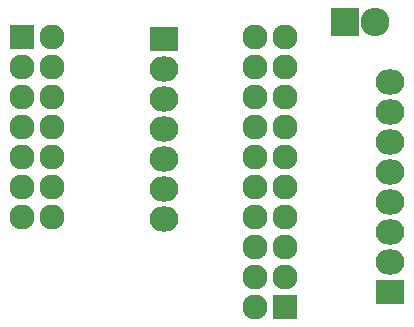
<source format=gbr>
G04 #@! TF.FileFunction,Soldermask,Bot*
%FSLAX46Y46*%
G04 Gerber Fmt 4.6, Leading zero omitted, Abs format (unit mm)*
G04 Created by KiCad (PCBNEW 4.0.6) date 02/20/18 13:27:19*
%MOMM*%
%LPD*%
G01*
G04 APERTURE LIST*
%ADD10C,0.100000*%
%ADD11R,2.127200X2.127200*%
%ADD12O,2.127200X2.127200*%
%ADD13R,2.432000X2.127200*%
%ADD14O,2.432000X2.127200*%
%ADD15R,2.432000X2.432000*%
%ADD16O,2.432000X2.432000*%
G04 APERTURE END LIST*
D10*
D11*
X108730000Y-69220000D03*
D12*
X111270000Y-69220000D03*
X108730000Y-71760000D03*
X111270000Y-71760000D03*
X108730000Y-74300000D03*
X111270000Y-74300000D03*
X108730000Y-76840000D03*
X111270000Y-76840000D03*
X108730000Y-79380000D03*
X111270000Y-79380000D03*
X108730000Y-81920000D03*
X111270000Y-81920000D03*
X108730000Y-84460000D03*
X111270000Y-84460000D03*
D11*
X130936200Y-92009900D03*
D12*
X128396200Y-92009900D03*
X130936200Y-89469900D03*
X128396200Y-89469900D03*
X130936200Y-86929900D03*
X128396200Y-86929900D03*
X130936200Y-84389900D03*
X128396200Y-84389900D03*
X130936200Y-81849900D03*
X128396200Y-81849900D03*
X130936200Y-79309900D03*
X128396200Y-79309900D03*
X130936200Y-76769900D03*
X128396200Y-76769900D03*
X130936200Y-74229900D03*
X128396200Y-74229900D03*
X130936200Y-71689900D03*
X128396200Y-71689900D03*
X130936200Y-69149900D03*
X128396200Y-69149900D03*
D13*
X120744200Y-69357160D03*
D14*
X120744200Y-71897160D03*
X120744200Y-74437160D03*
X120744200Y-76977160D03*
X120744200Y-79517160D03*
X120744200Y-82057160D03*
X120744200Y-84597160D03*
D13*
X139826200Y-90739900D03*
D14*
X139826200Y-88199900D03*
X139826200Y-85659900D03*
X139826200Y-83119900D03*
X139826200Y-80579900D03*
X139826200Y-78039900D03*
X139826200Y-75499900D03*
X139826200Y-72959900D03*
D15*
X136016200Y-67879900D03*
D16*
X138556200Y-67879900D03*
M02*

</source>
